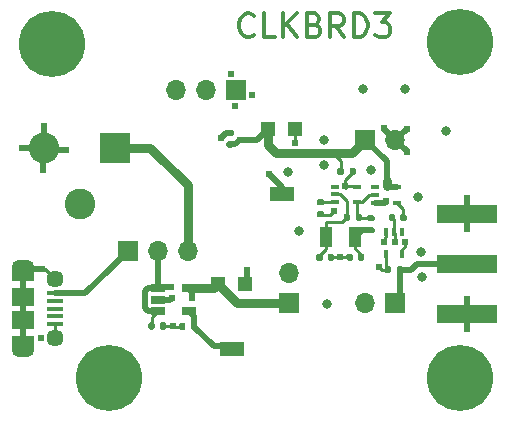
<source format=gtl>
G04 #@! TF.GenerationSoftware,KiCad,Pcbnew,(5.1.7)-1*
G04 #@! TF.CreationDate,2021-07-31T20:16:39-07:00*
G04 #@! TF.ProjectId,clkbrd3,636c6b62-7264-4332-9e6b-696361645f70,rev?*
G04 #@! TF.SameCoordinates,Original*
G04 #@! TF.FileFunction,Copper,L1,Top*
G04 #@! TF.FilePolarity,Positive*
%FSLAX46Y46*%
G04 Gerber Fmt 4.6, Leading zero omitted, Abs format (unit mm)*
G04 Created by KiCad (PCBNEW (5.1.7)-1) date 2021-07-31 20:16:39*
%MOMM*%
%LPD*%
G01*
G04 APERTURE LIST*
G04 #@! TA.AperFunction,NonConductor*
%ADD10C,0.300000*%
G04 #@! TD*
G04 #@! TA.AperFunction,ComponentPad*
%ADD11O,1.700000X1.700000*%
G04 #@! TD*
G04 #@! TA.AperFunction,ComponentPad*
%ADD12R,1.700000X1.700000*%
G04 #@! TD*
G04 #@! TA.AperFunction,ComponentPad*
%ADD13C,5.600000*%
G04 #@! TD*
G04 #@! TA.AperFunction,SMDPad,CuDef*
%ADD14R,1.300000X1.300000*%
G04 #@! TD*
G04 #@! TA.AperFunction,SMDPad,CuDef*
%ADD15R,2.000000X1.300000*%
G04 #@! TD*
G04 #@! TA.AperFunction,SMDPad,CuDef*
%ADD16R,1.000000X1.800000*%
G04 #@! TD*
G04 #@! TA.AperFunction,SMDPad,CuDef*
%ADD17R,0.400000X0.650000*%
G04 #@! TD*
G04 #@! TA.AperFunction,SMDPad,CuDef*
%ADD18R,0.650000X0.400000*%
G04 #@! TD*
G04 #@! TA.AperFunction,SMDPad,CuDef*
%ADD19R,5.080000X1.500000*%
G04 #@! TD*
G04 #@! TA.AperFunction,SMDPad,CuDef*
%ADD20R,1.220000X0.650000*%
G04 #@! TD*
G04 #@! TA.AperFunction,SMDPad,CuDef*
%ADD21R,1.900000X1.200000*%
G04 #@! TD*
G04 #@! TA.AperFunction,ComponentPad*
%ADD22O,1.900000X1.200000*%
G04 #@! TD*
G04 #@! TA.AperFunction,SMDPad,CuDef*
%ADD23R,1.900000X1.500000*%
G04 #@! TD*
G04 #@! TA.AperFunction,ComponentPad*
%ADD24C,1.450000*%
G04 #@! TD*
G04 #@! TA.AperFunction,SMDPad,CuDef*
%ADD25R,1.350000X0.400000*%
G04 #@! TD*
G04 #@! TA.AperFunction,ComponentPad*
%ADD26C,2.600000*%
G04 #@! TD*
G04 #@! TA.AperFunction,ComponentPad*
%ADD27R,2.600000X2.600000*%
G04 #@! TD*
G04 #@! TA.AperFunction,ViaPad*
%ADD28C,0.609600*%
G04 #@! TD*
G04 #@! TA.AperFunction,ViaPad*
%ADD29C,0.800000*%
G04 #@! TD*
G04 #@! TA.AperFunction,Conductor*
%ADD30C,0.500000*%
G04 #@! TD*
G04 #@! TA.AperFunction,Conductor*
%ADD31C,0.250000*%
G04 #@! TD*
G04 #@! TA.AperFunction,Conductor*
%ADD32C,0.750000*%
G04 #@! TD*
G04 APERTURE END LIST*
D10*
X65067142Y-27254285D02*
X64971904Y-27349523D01*
X64686190Y-27444761D01*
X64495714Y-27444761D01*
X64210000Y-27349523D01*
X64019523Y-27159047D01*
X63924285Y-26968571D01*
X63829047Y-26587619D01*
X63829047Y-26301904D01*
X63924285Y-25920952D01*
X64019523Y-25730476D01*
X64210000Y-25540000D01*
X64495714Y-25444761D01*
X64686190Y-25444761D01*
X64971904Y-25540000D01*
X65067142Y-25635238D01*
X66876666Y-27444761D02*
X65924285Y-27444761D01*
X65924285Y-25444761D01*
X67543333Y-27444761D02*
X67543333Y-25444761D01*
X68686190Y-27444761D02*
X67829047Y-26301904D01*
X68686190Y-25444761D02*
X67543333Y-26587619D01*
X70210000Y-26397142D02*
X70495714Y-26492380D01*
X70590952Y-26587619D01*
X70686190Y-26778095D01*
X70686190Y-27063809D01*
X70590952Y-27254285D01*
X70495714Y-27349523D01*
X70305238Y-27444761D01*
X69543333Y-27444761D01*
X69543333Y-25444761D01*
X70210000Y-25444761D01*
X70400476Y-25540000D01*
X70495714Y-25635238D01*
X70590952Y-25825714D01*
X70590952Y-26016190D01*
X70495714Y-26206666D01*
X70400476Y-26301904D01*
X70210000Y-26397142D01*
X69543333Y-26397142D01*
X72686190Y-27444761D02*
X72019523Y-26492380D01*
X71543333Y-27444761D02*
X71543333Y-25444761D01*
X72305238Y-25444761D01*
X72495714Y-25540000D01*
X72590952Y-25635238D01*
X72686190Y-25825714D01*
X72686190Y-26111428D01*
X72590952Y-26301904D01*
X72495714Y-26397142D01*
X72305238Y-26492380D01*
X71543333Y-26492380D01*
X73543333Y-27444761D02*
X73543333Y-25444761D01*
X74019523Y-25444761D01*
X74305238Y-25540000D01*
X74495714Y-25730476D01*
X74590952Y-25920952D01*
X74686190Y-26301904D01*
X74686190Y-26587619D01*
X74590952Y-26968571D01*
X74495714Y-27159047D01*
X74305238Y-27349523D01*
X74019523Y-27444761D01*
X73543333Y-27444761D01*
X75352857Y-25444761D02*
X76590952Y-25444761D01*
X75924285Y-26206666D01*
X76210000Y-26206666D01*
X76400476Y-26301904D01*
X76495714Y-26397142D01*
X76590952Y-26587619D01*
X76590952Y-27063809D01*
X76495714Y-27254285D01*
X76400476Y-27349523D01*
X76210000Y-27444761D01*
X75638571Y-27444761D01*
X75448095Y-27349523D01*
X75352857Y-27254285D01*
D11*
X68000000Y-47460000D03*
D12*
X68000000Y-50000000D03*
D13*
X48000000Y-28000000D03*
X52800000Y-56300000D03*
X82500000Y-56300000D03*
X82500000Y-27900000D03*
D11*
X77050000Y-36150000D03*
D12*
X74510000Y-36150000D03*
G04 #@! TA.AperFunction,SMDPad,CuDef*
G36*
G01*
X72680000Y-38645000D02*
X72680000Y-39015000D01*
G75*
G02*
X72545000Y-39150000I-135000J0D01*
G01*
X72275000Y-39150000D01*
G75*
G02*
X72140000Y-39015000I0J135000D01*
G01*
X72140000Y-38645000D01*
G75*
G02*
X72275000Y-38510000I135000J0D01*
G01*
X72545000Y-38510000D01*
G75*
G02*
X72680000Y-38645000I0J-135000D01*
G01*
G37*
G04 #@! TD.AperFunction*
G04 #@! TA.AperFunction,SMDPad,CuDef*
G36*
G01*
X73700000Y-38645000D02*
X73700000Y-39015000D01*
G75*
G02*
X73565000Y-39150000I-135000J0D01*
G01*
X73295000Y-39150000D01*
G75*
G02*
X73160000Y-39015000I0J135000D01*
G01*
X73160000Y-38645000D01*
G75*
G02*
X73295000Y-38510000I135000J0D01*
G01*
X73565000Y-38510000D01*
G75*
G02*
X73700000Y-38645000I0J-135000D01*
G01*
G37*
G04 #@! TD.AperFunction*
G04 #@! TA.AperFunction,SMDPad,CuDef*
G36*
G01*
X59740000Y-52135000D02*
X59740000Y-51765000D01*
G75*
G02*
X59875000Y-51630000I135000J0D01*
G01*
X60145000Y-51630000D01*
G75*
G02*
X60280000Y-51765000I0J-135000D01*
G01*
X60280000Y-52135000D01*
G75*
G02*
X60145000Y-52270000I-135000J0D01*
G01*
X59875000Y-52270000D01*
G75*
G02*
X59740000Y-52135000I0J135000D01*
G01*
G37*
G04 #@! TD.AperFunction*
G04 #@! TA.AperFunction,SMDPad,CuDef*
G36*
G01*
X58720000Y-52135000D02*
X58720000Y-51765000D01*
G75*
G02*
X58855000Y-51630000I135000J0D01*
G01*
X59125000Y-51630000D01*
G75*
G02*
X59260000Y-51765000I0J-135000D01*
G01*
X59260000Y-52135000D01*
G75*
G02*
X59125000Y-52270000I-135000J0D01*
G01*
X58855000Y-52270000D01*
G75*
G02*
X58720000Y-52135000I0J135000D01*
G01*
G37*
G04 #@! TD.AperFunction*
G04 #@! TA.AperFunction,SMDPad,CuDef*
G36*
G01*
X56680000Y-51730000D02*
X56680000Y-52070000D01*
G75*
G02*
X56540000Y-52210000I-140000J0D01*
G01*
X56260000Y-52210000D01*
G75*
G02*
X56120000Y-52070000I0J140000D01*
G01*
X56120000Y-51730000D01*
G75*
G02*
X56260000Y-51590000I140000J0D01*
G01*
X56540000Y-51590000D01*
G75*
G02*
X56680000Y-51730000I0J-140000D01*
G01*
G37*
G04 #@! TD.AperFunction*
G04 #@! TA.AperFunction,SMDPad,CuDef*
G36*
G01*
X57640000Y-51730000D02*
X57640000Y-52070000D01*
G75*
G02*
X57500000Y-52210000I-140000J0D01*
G01*
X57220000Y-52210000D01*
G75*
G02*
X57080000Y-52070000I0J140000D01*
G01*
X57080000Y-51730000D01*
G75*
G02*
X57220000Y-51590000I140000J0D01*
G01*
X57500000Y-51590000D01*
G75*
G02*
X57640000Y-51730000I0J-140000D01*
G01*
G37*
G04 #@! TD.AperFunction*
D14*
X66270000Y-35190000D03*
D15*
X67420000Y-40690000D03*
D14*
X68570000Y-35190000D03*
D11*
X58430000Y-31920000D03*
X60970000Y-31920000D03*
D12*
X63510000Y-31920000D03*
G04 #@! TA.AperFunction,SMDPad,CuDef*
G36*
G01*
X62880000Y-36260000D02*
X63220000Y-36260000D01*
G75*
G02*
X63360000Y-36400000I0J-140000D01*
G01*
X63360000Y-36680000D01*
G75*
G02*
X63220000Y-36820000I-140000J0D01*
G01*
X62880000Y-36820000D01*
G75*
G02*
X62740000Y-36680000I0J140000D01*
G01*
X62740000Y-36400000D01*
G75*
G02*
X62880000Y-36260000I140000J0D01*
G01*
G37*
G04 #@! TD.AperFunction*
G04 #@! TA.AperFunction,SMDPad,CuDef*
G36*
G01*
X62880000Y-35300000D02*
X63220000Y-35300000D01*
G75*
G02*
X63360000Y-35440000I0J-140000D01*
G01*
X63360000Y-35720000D01*
G75*
G02*
X63220000Y-35860000I-140000J0D01*
G01*
X62880000Y-35860000D01*
G75*
G02*
X62740000Y-35720000I0J140000D01*
G01*
X62740000Y-35440000D01*
G75*
G02*
X62880000Y-35300000I140000J0D01*
G01*
G37*
G04 #@! TD.AperFunction*
D16*
X73640000Y-44410000D03*
X71140000Y-44410000D03*
D17*
X77560000Y-45840000D03*
X76260000Y-45840000D03*
X76910000Y-43940000D03*
X76260000Y-43940000D03*
X77560000Y-43940000D03*
D18*
X77190000Y-40160000D03*
X77190000Y-41460000D03*
X75290000Y-40810000D03*
X75290000Y-41460000D03*
X75290000Y-40160000D03*
X73810000Y-40110000D03*
X73810000Y-41410000D03*
X71910000Y-40760000D03*
X71910000Y-41410000D03*
X71910000Y-40110000D03*
G04 #@! TA.AperFunction,SMDPad,CuDef*
G36*
G01*
X77140000Y-47325000D02*
X77140000Y-46955000D01*
G75*
G02*
X77275000Y-46820000I135000J0D01*
G01*
X77545000Y-46820000D01*
G75*
G02*
X77680000Y-46955000I0J-135000D01*
G01*
X77680000Y-47325000D01*
G75*
G02*
X77545000Y-47460000I-135000J0D01*
G01*
X77275000Y-47460000D01*
G75*
G02*
X77140000Y-47325000I0J135000D01*
G01*
G37*
G04 #@! TD.AperFunction*
G04 #@! TA.AperFunction,SMDPad,CuDef*
G36*
G01*
X76120000Y-47325000D02*
X76120000Y-46955000D01*
G75*
G02*
X76255000Y-46820000I135000J0D01*
G01*
X76525000Y-46820000D01*
G75*
G02*
X76660000Y-46955000I0J-135000D01*
G01*
X76660000Y-47325000D01*
G75*
G02*
X76525000Y-47460000I-135000J0D01*
G01*
X76255000Y-47460000D01*
G75*
G02*
X76120000Y-47325000I0J135000D01*
G01*
G37*
G04 #@! TD.AperFunction*
G04 #@! TA.AperFunction,SMDPad,CuDef*
G36*
G01*
X75145000Y-43050000D02*
X74775000Y-43050000D01*
G75*
G02*
X74640000Y-42915000I0J135000D01*
G01*
X74640000Y-42645000D01*
G75*
G02*
X74775000Y-42510000I135000J0D01*
G01*
X75145000Y-42510000D01*
G75*
G02*
X75280000Y-42645000I0J-135000D01*
G01*
X75280000Y-42915000D01*
G75*
G02*
X75145000Y-43050000I-135000J0D01*
G01*
G37*
G04 #@! TD.AperFunction*
G04 #@! TA.AperFunction,SMDPad,CuDef*
G36*
G01*
X75145000Y-44070000D02*
X74775000Y-44070000D01*
G75*
G02*
X74640000Y-43935000I0J135000D01*
G01*
X74640000Y-43665000D01*
G75*
G02*
X74775000Y-43530000I135000J0D01*
G01*
X75145000Y-43530000D01*
G75*
G02*
X75280000Y-43665000I0J-135000D01*
G01*
X75280000Y-43935000D01*
G75*
G02*
X75145000Y-44070000I-135000J0D01*
G01*
G37*
G04 #@! TD.AperFunction*
G04 #@! TA.AperFunction,SMDPad,CuDef*
G36*
G01*
X73190000Y-42525000D02*
X73190000Y-42895000D01*
G75*
G02*
X73055000Y-43030000I-135000J0D01*
G01*
X72785000Y-43030000D01*
G75*
G02*
X72650000Y-42895000I0J135000D01*
G01*
X72650000Y-42525000D01*
G75*
G02*
X72785000Y-42390000I135000J0D01*
G01*
X73055000Y-42390000D01*
G75*
G02*
X73190000Y-42525000I0J-135000D01*
G01*
G37*
G04 #@! TD.AperFunction*
G04 #@! TA.AperFunction,SMDPad,CuDef*
G36*
G01*
X74210000Y-42525000D02*
X74210000Y-42895000D01*
G75*
G02*
X74075000Y-43030000I-135000J0D01*
G01*
X73805000Y-43030000D01*
G75*
G02*
X73670000Y-42895000I0J135000D01*
G01*
X73670000Y-42525000D01*
G75*
G02*
X73805000Y-42390000I135000J0D01*
G01*
X74075000Y-42390000D01*
G75*
G02*
X74210000Y-42525000I0J-135000D01*
G01*
G37*
G04 #@! TD.AperFunction*
G04 #@! TA.AperFunction,SMDPad,CuDef*
G36*
G01*
X70885000Y-41700000D02*
X70515000Y-41700000D01*
G75*
G02*
X70380000Y-41565000I0J135000D01*
G01*
X70380000Y-41295000D01*
G75*
G02*
X70515000Y-41160000I135000J0D01*
G01*
X70885000Y-41160000D01*
G75*
G02*
X71020000Y-41295000I0J-135000D01*
G01*
X71020000Y-41565000D01*
G75*
G02*
X70885000Y-41700000I-135000J0D01*
G01*
G37*
G04 #@! TD.AperFunction*
G04 #@! TA.AperFunction,SMDPad,CuDef*
G36*
G01*
X70885000Y-42720000D02*
X70515000Y-42720000D01*
G75*
G02*
X70380000Y-42585000I0J135000D01*
G01*
X70380000Y-42315000D01*
G75*
G02*
X70515000Y-42180000I135000J0D01*
G01*
X70885000Y-42180000D01*
G75*
G02*
X71020000Y-42315000I0J-135000D01*
G01*
X71020000Y-42585000D01*
G75*
G02*
X70885000Y-42720000I-135000J0D01*
G01*
G37*
G04 #@! TD.AperFunction*
D19*
X83110000Y-46660000D03*
X83110000Y-42410000D03*
X83110000Y-50910000D03*
D11*
X74460000Y-50000000D03*
D12*
X77000000Y-50000000D03*
G04 #@! TA.AperFunction,SMDPad,CuDef*
G36*
G01*
X77440000Y-42910000D02*
X77440000Y-42570000D01*
G75*
G02*
X77580000Y-42430000I140000J0D01*
G01*
X77860000Y-42430000D01*
G75*
G02*
X78000000Y-42570000I0J-140000D01*
G01*
X78000000Y-42910000D01*
G75*
G02*
X77860000Y-43050000I-140000J0D01*
G01*
X77580000Y-43050000D01*
G75*
G02*
X77440000Y-42910000I0J140000D01*
G01*
G37*
G04 #@! TD.AperFunction*
G04 #@! TA.AperFunction,SMDPad,CuDef*
G36*
G01*
X76480000Y-42910000D02*
X76480000Y-42570000D01*
G75*
G02*
X76620000Y-42430000I140000J0D01*
G01*
X76900000Y-42430000D01*
G75*
G02*
X77040000Y-42570000I0J-140000D01*
G01*
X77040000Y-42910000D01*
G75*
G02*
X76900000Y-43050000I-140000J0D01*
G01*
X76620000Y-43050000D01*
G75*
G02*
X76480000Y-42910000I0J140000D01*
G01*
G37*
G04 #@! TD.AperFunction*
G04 #@! TA.AperFunction,SMDPad,CuDef*
G36*
G01*
X73450000Y-45920000D02*
X73450000Y-46260000D01*
G75*
G02*
X73310000Y-46400000I-140000J0D01*
G01*
X73030000Y-46400000D01*
G75*
G02*
X72890000Y-46260000I0J140000D01*
G01*
X72890000Y-45920000D01*
G75*
G02*
X73030000Y-45780000I140000J0D01*
G01*
X73310000Y-45780000D01*
G75*
G02*
X73450000Y-45920000I0J-140000D01*
G01*
G37*
G04 #@! TD.AperFunction*
G04 #@! TA.AperFunction,SMDPad,CuDef*
G36*
G01*
X74410000Y-45920000D02*
X74410000Y-46260000D01*
G75*
G02*
X74270000Y-46400000I-140000J0D01*
G01*
X73990000Y-46400000D01*
G75*
G02*
X73850000Y-46260000I0J140000D01*
G01*
X73850000Y-45920000D01*
G75*
G02*
X73990000Y-45780000I140000J0D01*
G01*
X74270000Y-45780000D01*
G75*
G02*
X74410000Y-45920000I0J-140000D01*
G01*
G37*
G04 #@! TD.AperFunction*
G04 #@! TA.AperFunction,SMDPad,CuDef*
G36*
G01*
X71300000Y-46270000D02*
X71300000Y-45930000D01*
G75*
G02*
X71440000Y-45790000I140000J0D01*
G01*
X71720000Y-45790000D01*
G75*
G02*
X71860000Y-45930000I0J-140000D01*
G01*
X71860000Y-46270000D01*
G75*
G02*
X71720000Y-46410000I-140000J0D01*
G01*
X71440000Y-46410000D01*
G75*
G02*
X71300000Y-46270000I0J140000D01*
G01*
G37*
G04 #@! TD.AperFunction*
G04 #@! TA.AperFunction,SMDPad,CuDef*
G36*
G01*
X70340000Y-46270000D02*
X70340000Y-45930000D01*
G75*
G02*
X70480000Y-45790000I140000J0D01*
G01*
X70760000Y-45790000D01*
G75*
G02*
X70900000Y-45930000I0J-140000D01*
G01*
X70900000Y-46270000D01*
G75*
G02*
X70760000Y-46410000I-140000J0D01*
G01*
X70480000Y-46410000D01*
G75*
G02*
X70340000Y-46270000I0J140000D01*
G01*
G37*
G04 #@! TD.AperFunction*
D20*
X59550000Y-48720000D03*
X59550000Y-50620000D03*
X56930000Y-50620000D03*
X56930000Y-49670000D03*
X56930000Y-48720000D03*
D14*
X62050000Y-48390000D03*
D15*
X63200000Y-53890000D03*
D14*
X64350000Y-48390000D03*
D11*
X59450000Y-45560000D03*
X56910000Y-45560000D03*
D12*
X54370000Y-45560000D03*
D21*
X45542500Y-47540000D03*
X45542500Y-53340000D03*
D22*
X45542500Y-53940000D03*
X45542500Y-46940000D03*
D23*
X45542500Y-49440000D03*
D24*
X48242500Y-52940000D03*
D25*
X48242500Y-50440000D03*
X48242500Y-51090000D03*
X48242500Y-51740000D03*
X48242500Y-49140000D03*
X48242500Y-49790000D03*
D24*
X48242500Y-47940000D03*
D23*
X45542500Y-51440000D03*
D26*
X50300000Y-41540000D03*
X47300000Y-36840000D03*
D27*
X53300000Y-36840000D03*
D28*
X58060000Y-48630000D03*
X64470000Y-47150000D03*
X78050000Y-35190000D03*
X78020000Y-37140000D03*
X76100000Y-35160000D03*
X47000000Y-52930000D03*
X63500000Y-33290000D03*
X64870000Y-32310000D03*
X63110000Y-30530000D03*
X83110000Y-41110000D03*
X83110000Y-43710000D03*
X83100000Y-49640000D03*
X83080000Y-52180000D03*
X47300000Y-34950000D03*
X49160000Y-36980000D03*
X47230000Y-38680000D03*
X45450000Y-36860000D03*
X76240000Y-41350000D03*
X71860000Y-42170000D03*
X76100000Y-44770000D03*
X68580000Y-36380000D03*
X72360000Y-46090000D03*
X62260000Y-36020000D03*
X47120000Y-47060000D03*
X58090000Y-49510000D03*
X58180000Y-51930000D03*
D29*
X74280000Y-31870000D03*
X77820000Y-31870000D03*
X81320000Y-35380000D03*
X71250000Y-50010000D03*
X68840000Y-43900000D03*
X79200000Y-45670000D03*
X79330000Y-47760000D03*
X71000000Y-36180000D03*
X71000000Y-38290000D03*
X75000000Y-38740000D03*
X67960000Y-38900000D03*
X78930000Y-40990000D03*
D28*
X77000000Y-44770000D03*
X75630000Y-46880000D03*
X76300000Y-40020000D03*
X72750000Y-40040000D03*
X77830000Y-44770000D03*
X63860000Y-36130000D03*
X59790000Y-49570000D03*
X66370000Y-39070000D03*
D30*
X56910000Y-48700000D02*
X56930000Y-48720000D01*
X56910000Y-45560000D02*
X56910000Y-48700000D01*
X56134998Y-50620000D02*
X56930000Y-50620000D01*
X55869999Y-50355001D02*
X56134998Y-50620000D01*
X55869999Y-48984999D02*
X55869999Y-50355001D01*
X56134998Y-48720000D02*
X55869999Y-48984999D01*
X56930000Y-48720000D02*
X56134998Y-48720000D01*
X57020000Y-48630000D02*
X56930000Y-48720000D01*
X58060000Y-48630000D02*
X57020000Y-48630000D01*
D31*
X56930000Y-50620000D02*
X56400000Y-51150000D01*
X56400000Y-51150000D02*
X56400000Y-51900000D01*
D30*
X57930000Y-49670000D02*
X58090000Y-49510000D01*
X56930000Y-49670000D02*
X57930000Y-49670000D01*
X45542500Y-47540000D02*
X45542500Y-47547500D01*
X45542500Y-47547500D02*
X45542500Y-53940000D01*
X46022500Y-47060000D02*
X45542500Y-47540000D01*
X47120000Y-47060000D02*
X46022500Y-47060000D01*
X62700000Y-35580000D02*
X62260000Y-36020000D01*
X63050000Y-35580000D02*
X62700000Y-35580000D01*
D31*
X72360000Y-46090000D02*
X73170000Y-46090000D01*
X71590000Y-46090000D02*
X71580000Y-46100000D01*
X72360000Y-46090000D02*
X71590000Y-46090000D01*
X68580000Y-35200000D02*
X68570000Y-35190000D01*
X68580000Y-36380000D02*
X68580000Y-35200000D01*
X58200000Y-51950000D02*
X58180000Y-51930000D01*
X58990000Y-51950000D02*
X58200000Y-51950000D01*
X57390000Y-51930000D02*
X57360000Y-51900000D01*
X58180000Y-51930000D02*
X57390000Y-51930000D01*
X76240000Y-43960000D02*
X76260000Y-43940000D01*
D30*
X76130000Y-41460000D02*
X76240000Y-41350000D01*
X75290000Y-41460000D02*
X76130000Y-41460000D01*
D31*
X70720000Y-41410000D02*
X70700000Y-41430000D01*
X71910000Y-41410000D02*
X70720000Y-41410000D01*
X71860000Y-42170000D02*
X71480000Y-42550000D01*
X70800000Y-42550000D02*
X70700000Y-42450000D01*
X71480000Y-42550000D02*
X70800000Y-42550000D01*
X48242500Y-52940000D02*
X48242500Y-51872501D01*
X48242500Y-51872501D02*
X48242500Y-51740000D01*
X47362500Y-47060000D02*
X48242500Y-47940000D01*
X47120000Y-47060000D02*
X47362500Y-47060000D01*
D30*
X47280000Y-36860000D02*
X47300000Y-36840000D01*
X45450000Y-36860000D02*
X47280000Y-36860000D01*
X47230000Y-36910000D02*
X47300000Y-36840000D01*
X47230000Y-38680000D02*
X47230000Y-36910000D01*
X47440000Y-36980000D02*
X47300000Y-36840000D01*
X49160000Y-36980000D02*
X47440000Y-36980000D01*
X47300000Y-34950000D02*
X47300000Y-36840000D01*
D31*
X76100000Y-44770000D02*
X76100000Y-44540000D01*
X76260000Y-44380000D02*
X76260000Y-43940000D01*
X76100000Y-44540000D02*
X76260000Y-44380000D01*
D30*
X78010000Y-35190000D02*
X77050000Y-36150000D01*
X78050000Y-35190000D02*
X78010000Y-35190000D01*
X78020000Y-37120000D02*
X77050000Y-36150000D01*
X78020000Y-37140000D02*
X78020000Y-37120000D01*
X76100000Y-35200000D02*
X77050000Y-36150000D01*
X76100000Y-35160000D02*
X76100000Y-35200000D01*
X64470000Y-48270000D02*
X64350000Y-48390000D01*
X64470000Y-47150000D02*
X64470000Y-48270000D01*
X83110000Y-41110000D02*
X83110000Y-42410000D01*
X83110000Y-43710000D02*
X83110000Y-42410000D01*
X83100000Y-50900000D02*
X83110000Y-50910000D01*
X83100000Y-49640000D02*
X83100000Y-50900000D01*
X83080000Y-50940000D02*
X83110000Y-50910000D01*
X83080000Y-52180000D02*
X83080000Y-50940000D01*
D31*
X71140000Y-44410000D02*
X71140000Y-44190000D01*
X72920000Y-41309998D02*
X72920000Y-42710000D01*
X72370002Y-40760000D02*
X72920000Y-41309998D01*
X71910000Y-40760000D02*
X72370002Y-40760000D01*
X70620000Y-46100000D02*
X70620000Y-45870000D01*
X71140000Y-45350000D02*
X71140000Y-44410000D01*
X70620000Y-45870000D02*
X71140000Y-45350000D01*
X72920000Y-42710000D02*
X72584990Y-43045010D01*
X71140000Y-44410000D02*
X71140000Y-43139999D01*
X72490001Y-43139999D02*
X72920000Y-42710000D01*
X71140000Y-43139999D02*
X72490001Y-43139999D01*
X74130000Y-46090000D02*
X74130000Y-45840000D01*
X73640000Y-45350000D02*
X73640000Y-44410000D01*
X74130000Y-45840000D02*
X73640000Y-45350000D01*
D30*
X74250000Y-43800000D02*
X73640000Y-44410000D01*
X74960000Y-43800000D02*
X74250000Y-43800000D01*
D31*
X77720000Y-41990000D02*
X77720000Y-42740000D01*
X77190000Y-41460000D02*
X77720000Y-41990000D01*
X76910000Y-42890000D02*
X76910000Y-43940000D01*
X76760000Y-42740000D02*
X76910000Y-42890000D01*
X77000000Y-44030000D02*
X76910000Y-43940000D01*
X77000000Y-44770000D02*
X77000000Y-44030000D01*
D32*
X59450000Y-45560000D02*
X59450000Y-39990000D01*
X56300000Y-36840000D02*
X59450000Y-39990000D01*
X53300000Y-36840000D02*
X56300000Y-36840000D01*
D30*
X50790000Y-49140000D02*
X52965000Y-46965000D01*
X48242500Y-49140000D02*
X50790000Y-49140000D01*
X52965000Y-46965000D02*
X54370000Y-45560000D01*
X52790000Y-47140000D02*
X52965000Y-46965000D01*
X83110000Y-46660000D02*
X78840000Y-46660000D01*
X78360000Y-47140000D02*
X77410000Y-47140000D01*
X78840000Y-46660000D02*
X78360000Y-47140000D01*
X77410000Y-49590000D02*
X77000000Y-50000000D01*
X77410000Y-47140000D02*
X77410000Y-49590000D01*
X59550000Y-50620000D02*
X60010000Y-51080000D01*
X61680000Y-53620000D02*
X60010000Y-51950000D01*
X63020000Y-53620000D02*
X61680000Y-53620000D01*
X60010000Y-51080000D02*
X60010000Y-51950000D01*
D31*
X74010000Y-42780000D02*
X73940000Y-42710000D01*
X74960000Y-42780000D02*
X74010000Y-42780000D01*
X73810000Y-42580000D02*
X73940000Y-42710000D01*
X73810000Y-41410000D02*
X73810000Y-42580000D01*
X73810000Y-41410000D02*
X74210000Y-41410000D01*
X74810000Y-40810000D02*
X75290000Y-40810000D01*
X74210000Y-41410000D02*
X74810000Y-40810000D01*
X76260000Y-47010000D02*
X76390000Y-47140000D01*
X76260000Y-45840000D02*
X76260000Y-47010000D01*
X75890000Y-47140000D02*
X75630000Y-46880000D01*
X76390000Y-47140000D02*
X75890000Y-47140000D01*
D30*
X59790000Y-48960000D02*
X59550000Y-48720000D01*
X59790000Y-49570000D02*
X59790000Y-48960000D01*
D32*
X59550000Y-48720000D02*
X59640000Y-48720000D01*
X61720000Y-48720000D02*
X62050000Y-48390000D01*
X59550000Y-48720000D02*
X61720000Y-48720000D01*
D30*
X63450000Y-36540000D02*
X63860000Y-36130000D01*
X63050000Y-36540000D02*
X63450000Y-36540000D01*
X65330000Y-36130000D02*
X66270000Y-35190000D01*
X63860000Y-36130000D02*
X65330000Y-36130000D01*
X76440000Y-40160000D02*
X76300000Y-40020000D01*
X77190000Y-40160000D02*
X76440000Y-40160000D01*
X72820000Y-40110000D02*
X72750000Y-40040000D01*
D32*
X66270000Y-36590000D02*
X66270000Y-35190000D01*
X66939801Y-37259801D02*
X66270000Y-36590000D01*
X76300000Y-40020000D02*
X76300000Y-39588948D01*
D31*
X72410000Y-37940000D02*
X71729801Y-37259801D01*
X72410000Y-38830000D02*
X72410000Y-37940000D01*
X72750000Y-39510000D02*
X73430000Y-38830000D01*
X72750000Y-40040000D02*
X72750000Y-39510000D01*
X73740000Y-40040000D02*
X73810000Y-40110000D01*
X72750000Y-40040000D02*
X73740000Y-40040000D01*
X77830000Y-44770000D02*
X77830000Y-45170000D01*
X77560000Y-45440000D02*
X77560000Y-45840000D01*
X77830000Y-45170000D02*
X77560000Y-45440000D01*
D30*
X76300000Y-37940000D02*
X74510000Y-36150000D01*
X76300000Y-40020000D02*
X76300000Y-37940000D01*
D32*
X73400199Y-37259801D02*
X66939801Y-37259801D01*
X74510000Y-36150000D02*
X73400199Y-37259801D01*
X63660000Y-50000000D02*
X68000000Y-50000000D01*
X62050000Y-48390000D02*
X63660000Y-50000000D01*
D30*
X67420000Y-40690000D02*
X66850000Y-40690000D01*
X67420000Y-40120000D02*
X66370000Y-39070000D01*
X67420000Y-40690000D02*
X67420000Y-40120000D01*
M02*

</source>
